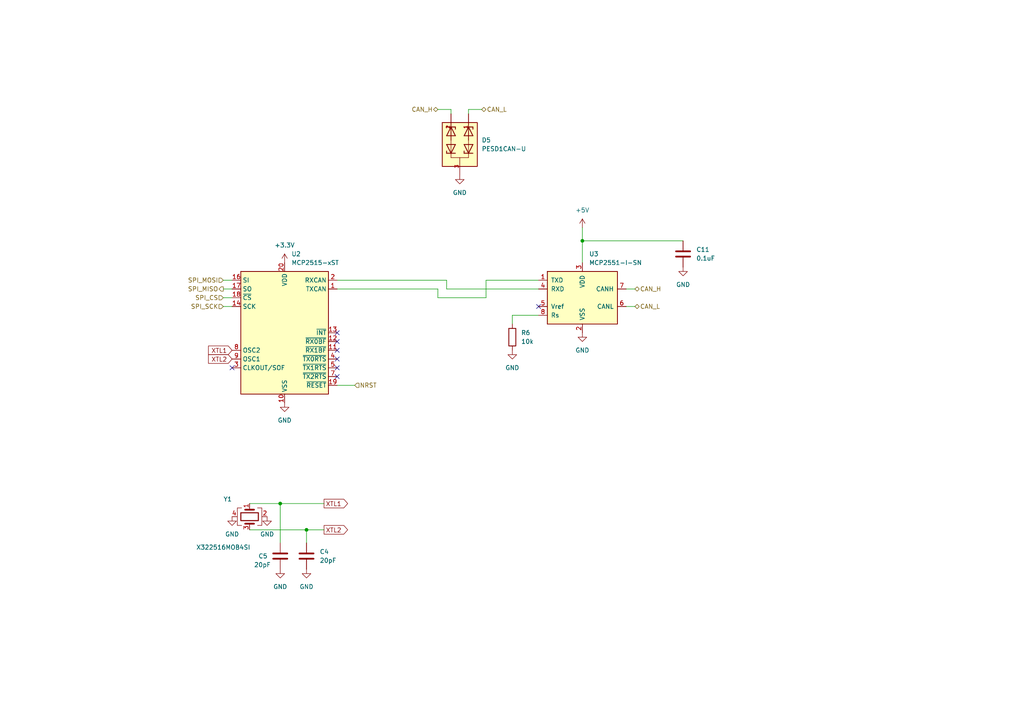
<source format=kicad_sch>
(kicad_sch (version 20230121) (generator eeschema)
  (paper "A4")
  (title_block (title "MAIANA NMEA2000 Adapter") (date "2023-09-23") (rev "8") (company "Maverick Labs LLC"))
  (lib_symbols
    (symbol "Device:C" (pin_numbers hide) (pin_names (offset 0.254))
      (property "Reference" "C" (at 0.635 2.54 0))
      (property "Value" "C" (at 0.635 -2.54 0))
      (symbol "C_0_1"
        (polyline (pts (xy -2.032 -0.762) (xy 2.032 -0.762)) (stroke (width 0.508)))
        (polyline (pts (xy -2.032 0.762) (xy 2.032 0.762)) (stroke (width 0.508)))
      )
      (symbol "C_1_1"
        (pin passive line (at 0 3.81 270) (length 2.794) (name "~") (number "1"))
        (pin passive line (at 0 -3.81 90) (length 2.794) (name "~") (number "2"))
      )
    )
    (symbol "Device:Crystal_GND24" (pin_names (offset 1.016) hide)
      (property "Reference" "Y" (at 3.175 5.08 0))
      (property "Value" "Crystal_GND24" (at 3.175 3.175 0))
      (symbol "Crystal_GND24_0_1"
        (rectangle (start -1.143 2.54) (end 1.143 -2.54) (stroke (width 0.3048)))
        (polyline (pts (xy -2.54 0) (xy -2.032 0)))
        (polyline (pts (xy -2.032 -1.27) (xy -2.032 1.27)) (stroke (width 0.508)))
        (polyline (pts (xy 0 -3.81) (xy 0 -3.556)))
        (polyline (pts (xy 0 3.556) (xy 0 3.81)))
        (polyline (pts (xy 2.032 -1.27) (xy 2.032 1.27)) (stroke (width 0.508)))
        (polyline (pts (xy 2.032 0) (xy 2.54 0)))
        (polyline (pts (xy -2.54 -2.286) (xy -2.54 -3.556) (xy 2.54 -3.556) (xy 2.54 -2.286)))
        (polyline (pts (xy -2.54 2.286) (xy -2.54 3.556) (xy 2.54 3.556) (xy 2.54 2.286)))
      )
      (symbol "Crystal_GND24_1_1"
        (pin passive line (at -3.81 0 0) (length 1.27) (name "1") (number "1"))
        (pin passive line (at 0 5.08 270) (length 1.27) (name "2") (number "2"))
        (pin passive line (at 3.81 0 180) (length 1.27) (name "3") (number "3"))
        (pin passive line (at 0 -5.08 90) (length 1.27) (name "4") (number "4"))
      )
    )
    (symbol "Device:R" (pin_numbers hide) (pin_names (offset 0))
      (property "Reference" "R" (at 2.032 0 90))
      (property "Value" "R" (at 0 0 90))
      (symbol "R_0_1"
        (rectangle (start -1.016 -2.54) (end 1.016 2.54) (stroke (width 0.254)))
      )
      (symbol "R_1_1"
        (pin passive line (at 0 3.81 270) (length 1.27) (name "~") (number "1"))
        (pin passive line (at 0 -3.81 90) (length 1.27) (name "~") (number "2"))
      )
    )
    (symbol "Interface_CAN_LIN:MCP2515-xST"
      (property "Reference" "U" (at -10.16 19.685 0))
      (property "Value" "MCP2515-xST" (at 19.05 20.32 0))
      (symbol "MCP2515-xST_0_1"
        (rectangle (start -12.7 17.78) (end 12.7 -17.78) (stroke (width 0.254)) (fill (type background)))
      )
      (symbol "MCP2515-xST_1_1"
        (pin output line (at 15.24 12.7 180) (length 2.54) (name "TXCAN") (number "1"))
        (pin power_in line (at 0 -20.32 90) (length 2.54) (name "VSS") (number "10"))
        (pin output line (at 15.24 -5.08 180) (length 2.54) (name "~{RX1BF}") (number "11"))
        (pin output line (at 15.24 -2.54 180) (length 2.54) (name "~{RX0BF}") (number "12"))
        (pin output line (at 15.24 0 180) (length 2.54) (name "~{INT}") (number "13"))
        (pin input line (at -15.24 7.62 0) (length 2.54) (name "SCK") (number "14"))
        (pin no_connect line (at -12.7 -2.54 0) (length 2.54) hide (name "NC") (number "15"))
        (pin input line (at -15.24 15.24 0) (length 2.54) (name "SI") (number "16"))
        (pin output line (at -15.24 12.7 0) (length 2.54) (name "SO") (number "17"))
        (pin input line (at -15.24 10.16 0) (length 2.54) (name "~{CS}") (number "18"))
        (pin input line (at 15.24 -15.24 180) (length 2.54) (name "~{RESET}") (number "19"))
        (pin input line (at 15.24 15.24 180) (length 2.54) (name "RXCAN") (number "2"))
        (pin power_in line (at 0 20.32 270) (length 2.54) (name "VDD") (number "20"))
        (pin output line (at -15.24 -10.16 0) (length 2.54) (name "CLKOUT/SOF") (number "3"))
        (pin input line (at 15.24 -7.62 180) (length 2.54) (name "~{TX0RTS}") (number "4"))
        (pin input line (at 15.24 -10.16 180) (length 2.54) (name "~{TX1RTS}") (number "5"))
        (pin no_connect line (at -12.7 0 0) (length 2.54) hide (name "NC") (number "6"))
        (pin input line (at 15.24 -12.7 180) (length 2.54) (name "~{TX2RTS}") (number "7"))
        (pin output line (at -15.24 -5.08 0) (length 2.54) (name "OSC2") (number "8"))
        (pin input line (at -15.24 -7.62 0) (length 2.54) (name "OSC1") (number "9"))
      )
    )
    (symbol "Interface_CAN_LIN:MCP2551-I-SN" (pin_names (offset 1.016))
      (property "Reference" "U" (at -10.16 8.89 0))
      (property "Value" "MCP2551-I-SN" (at 2.54 8.89 0))
      (symbol "MCP2551-I-SN_0_1"
        (rectangle (start -10.16 7.62) (end 10.16 -7.62) (stroke (width 0.254)) (fill (type background)))
      )
      (symbol "MCP2551-I-SN_1_1"
        (pin input line (at -12.7 5.08 0) (length 2.54) (name "TXD") (number "1"))
        (pin power_in line (at 0 -10.16 90) (length 2.54) (name "VSS") (number "2"))
        (pin power_in line (at 0 10.16 270) (length 2.54) (name "VDD") (number "3"))
        (pin output line (at -12.7 2.54 0) (length 2.54) (name "RXD") (number "4"))
        (pin power_out line (at -12.7 -2.54 0) (length 2.54) (name "Vref") (number "5"))
        (pin bidirectional line (at 12.7 -2.54 180) (length 2.54) (name "CANL") (number "6"))
        (pin bidirectional line (at 12.7 2.54 180) (length 2.54) (name "CANH") (number "7"))
        (pin input line (at -12.7 -5.08 0) (length 2.54) (name "Rs") (number "8"))
      )
    )
    (symbol "PESD1CAN-U:PESD1CAN-U" (pin_names (offset 1.016))
      (property "Reference" "D" (at 0.254 -8.255 0))
      (property "Value" "PESD1CAN-U" (at 0.254 6.731 0))
      (symbol "PESD1CAN-U_0_0"
        (rectangle (start -5.08 -5.08) (end 7.62 5.08) (stroke (width 0.254)) (fill (type background)))
        (polyline (pts (xy -3.81 -3.81) (xy -3.81 -2.54)) (stroke (width 0.254)))
        (polyline (pts (xy -3.81 -2.54) (xy -3.81 -1.27)) (stroke (width 0.254)))
        (polyline (pts (xy -3.81 -2.54) (xy -1.27 -3.81)) (stroke (width 0.254)))
        (polyline (pts (xy -3.81 -1.27) (xy -3.175 -1.27)) (stroke (width 0.254)))
        (polyline (pts (xy -3.81 1.27) (xy -3.81 2.54)) (stroke (width 0.254)))
        (polyline (pts (xy -3.81 2.54) (xy -3.81 3.81)) (stroke (width 0.254)))
        (polyline (pts (xy -3.81 2.54) (xy -1.27 1.27)) (stroke (width 0.254)))
        (polyline (pts (xy -3.81 3.81) (xy -3.175 3.81)) (stroke (width 0.254)))
        (polyline (pts (xy -1.27 -3.81) (xy -1.27 -1.27)) (stroke (width 0.254)))
        (polyline (pts (xy -1.27 -1.27) (xy -3.81 -2.54)) (stroke (width 0.254)))
        (polyline (pts (xy -1.27 1.27) (xy -1.27 3.81)) (stroke (width 0.254)))
        (polyline (pts (xy -1.27 3.81) (xy -3.81 2.54)) (stroke (width 0.254)))
        (polyline (pts (xy 0 2.54) (xy 5.08 2.54)) (stroke (width 0.1524)))
        (polyline (pts (xy 1.27 -3.81) (xy 3.81 -2.54)) (stroke (width 0.254)))
        (polyline (pts (xy 1.27 -1.27) (xy 1.27 -3.81)) (stroke (width 0.254)))
        (polyline (pts (xy 1.27 1.27) (xy 3.81 2.54)) (stroke (width 0.254)))
        (polyline (pts (xy 1.27 3.81) (xy 1.27 1.27)) (stroke (width 0.254)))
        (polyline (pts (xy 3.81 -3.81) (xy 3.175 -3.81)) (stroke (width 0.254)))
        (polyline (pts (xy 3.81 -2.54) (xy 1.27 -1.27)) (stroke (width 0.254)))
        (polyline (pts (xy 3.81 -2.54) (xy 3.81 -3.81)) (stroke (width 0.254)))
        (polyline (pts (xy 3.81 -1.27) (xy 3.81 -2.54)) (stroke (width 0.254)))
        (polyline (pts (xy 3.81 1.27) (xy 3.175 1.27)) (stroke (width 0.254)))
        (polyline (pts (xy 3.81 2.54) (xy 1.27 3.81)) (stroke (width 0.254)))
        (polyline (pts (xy 3.81 2.54) (xy 3.81 1.27)) (stroke (width 0.254)))
        (polyline (pts (xy 3.81 3.81) (xy 3.81 2.54)) (stroke (width 0.254)))
        (polyline (pts (xy 5.08 -2.54) (xy 0 -2.54)) (stroke (width 0.1524)))
        (polyline (pts (xy 5.08 2.54) (xy 5.08 -2.54)) (stroke (width 0.1524)))
        (pin passive line (at -7.62 2.54 0) (length 7.62) (name "~") (number "1"))
        (pin passive line (at -7.62 -2.54 0) (length 7.62) (name "~") (number "2"))
        (pin passive line (at 10.16 0 180) (length 5.08) (name "~") (number "3"))
      )
    )
    (symbol "power:+3.3V" (power) (pin_names (offset 0))
      (property "Value" "+3.3V" (at 0 3.556 0))
      (symbol "+3.3V_0_1"
        (polyline (pts (xy -0.762 1.27) (xy 0 2.54)))
        (polyline (pts (xy 0 0) (xy 0 2.54)))
        (polyline (pts (xy 0 2.54) (xy 0.762 1.27)))
      )
      (symbol "+3.3V_1_1"
        (pin power_in line (at 0 0 90) (length 0) hide (name "+3.3V") (number "1"))
      )
    )
    (symbol "power:+5V" (power) (pin_names (offset 0))
      (property "Value" "+5V" (at 0 3.556 0))
      (symbol "+5V_0_1"
        (polyline (pts (xy -0.762 1.27) (xy 0 2.54)))
        (polyline (pts (xy 0 0) (xy 0 2.54)))
        (polyline (pts (xy 0 2.54) (xy 0.762 1.27)))
      )
      (symbol "+5V_1_1"
        (pin power_in line (at 0 0 90) (length 0) hide (name "+5V") (number "1"))
      )
    )
    (symbol "power:GND" (power) (pin_names (offset 0))
      (property "Value" "GND" (at 0 -3.81 0))
      (symbol "GND_0_1"
        (polyline (pts (xy 0 0) (xy 0 -1.27) (xy 1.27 -1.27) (xy 0 -2.54) (xy -1.27 -1.27) (xy 0 -1.27)))
      )
      (symbol "GND_1_1"
        (pin power_in line (at 0 0 270) (length 0) hide (name "GND") (number "1"))
      )
    )
  )
  (junction (at 88.9 153.67))
  (junction (at 81.28 146.05))
  (junction (at 168.91 69.85))
  (no_connect (at 97.79 104.14))
  (no_connect (at 97.79 106.68))
  (no_connect (at 97.79 101.6))
  (no_connect (at 97.79 99.06))
  (no_connect (at 97.79 96.52))
  (no_connect (at 156.21 88.9))
  (no_connect (at 67.31 106.68))
  (no_connect (at 97.79 109.22))
  (wire (pts (xy 148.59 91.44) (xy 148.59 93.98)))
  (wire (pts (xy 88.9 153.67) (xy 88.9 157.48)))
  (wire (pts (xy 127 83.82) (xy 127 86.36)))
  (wire (pts (xy 140.97 81.28) (xy 156.21 81.28)))
  (wire (pts (xy 139.7 31.75) (xy 135.89 31.75)))
  (wire (pts (xy 130.81 31.75) (xy 127 31.75)))
  (wire (pts (xy 81.28 146.05) (xy 81.28 157.48)))
  (wire (pts (xy 129.54 83.82) (xy 129.54 81.28)))
  (wire (pts (xy 81.28 146.05) (xy 93.98 146.05)))
  (wire (pts (xy 72.39 153.67) (xy 88.9 153.67)))
  (wire (pts (xy 181.61 83.82) (xy 184.15 83.82)))
  (wire (pts (xy 97.79 111.76) (xy 102.87 111.76)))
  (wire (pts (xy 156.21 83.82) (xy 129.54 83.82)))
  (wire (pts (xy 97.79 83.82) (xy 127 83.82)))
  (wire (pts (xy 64.77 88.9) (xy 67.31 88.9)))
  (wire (pts (xy 156.21 91.44) (xy 148.59 91.44)))
  (wire (pts (xy 181.61 88.9) (xy 184.15 88.9)))
  (wire (pts (xy 127 86.36) (xy 140.97 86.36)))
  (wire (pts (xy 135.89 31.75) (xy 135.89 33.02)))
  (wire (pts (xy 198.12 69.85) (xy 168.91 69.85)))
  (wire (pts (xy 64.77 86.36) (xy 67.31 86.36)))
  (wire (pts (xy 72.39 146.05) (xy 81.28 146.05)))
  (wire (pts (xy 140.97 86.36) (xy 140.97 81.28)))
  (wire (pts (xy 168.91 66.04) (xy 168.91 69.85)))
  (wire (pts (xy 64.77 83.82) (xy 67.31 83.82)))
  (wire (pts (xy 129.54 81.28) (xy 97.79 81.28)))
  (wire (pts (xy 168.91 69.85) (xy 168.91 76.2)))
  (wire (pts (xy 88.9 153.67) (xy 93.98 153.67)))
  (wire (pts (xy 130.81 33.02) (xy 130.81 31.75)))
  (wire (pts (xy 64.77 81.28) (xy 67.31 81.28)))
  (global_label "XTL1" (shape input) (at 67.31 101.6 180) (property "Intersheetrefs" "${INTERSHEET_REFS}" (effects hide)))
  (global_label "XTL2" (shape input) (at 67.31 104.14 180) (property "Intersheetrefs" "${INTERSHEET_REFS}" (effects hide)))
  (global_label "XTL1" (shape output) (at 93.98 146.05 0) (property "Intersheetrefs" "${INTERSHEET_REFS}" (effects hide)))
  (global_label "XTL2" (shape output) (at 93.98 153.67 0) (property "Intersheetrefs" "${INTERSHEET_REFS}" (effects hide)))
  (hierarchical_label "SPI_CS" (shape input) (at 64.77 86.36 180))
  (hierarchical_label "CAN_L" (shape bidirectional) (at 184.15 88.9 0))
  (hierarchical_label "SPI_SCK" (shape input) (at 64.77 88.9 180))
  (hierarchical_label "NRST" (shape input) (at 102.87 111.76 0))
  (hierarchical_label "SPI_MOSI" (shape input) (at 64.77 81.28 180))
  (hierarchical_label "CAN_H" (shape bidirectional) (at 184.15 83.82 0))
  (hierarchical_label "CAN_L" (shape bidirectional) (at 139.7 31.75 0))
  (hierarchical_label "CAN_H" (shape bidirectional) (at 127 31.75 180))
  (hierarchical_label "SPI_MISO" (shape output) (at 64.77 83.82 180))
  (symbol (lib_id "Device:C") (at 81.28 161.29 0) (unit 1)
    (property "Reference" "C5" (at 74.93 161.29 0) (effects (justify left)))
    (property "Value" "20pF" (at 73.66 163.83 0) (effects (justify left)))
    (property "Footprint" "Capacitor_SMD:C_0603_1608Metric" (effects hide))
  )
  (symbol (lib_id "power:GND") (at 168.91 96.52 0) (unit 1)
    (property "Reference" "#PWR046" (effects hide))
    (property "Value" "GND" (at 168.91 101.6 0))
  )
  (symbol (lib_id "power:GND") (at 133.35 50.8 0) (unit 1)
    (property "Reference" "#PWR049" (effects hide))
    (property "Value" "GND" (at 133.35 55.88 0))
  )
  (symbol (lib_id "power:GND") (at 77.47 149.86 0) (unit 1)
    (property "Reference" "#PWR030" (effects hide))
    (property "Value" "GND" (at 77.47 154.94 0))
  )
  (symbol (lib_id "power:GND") (at 67.31 149.86 0) (unit 1)
    (property "Reference" "#PWR031" (effects hide))
    (property "Value" "GND" (at 67.31 154.94 0))
  )
  (symbol (lib_id "Device:Crystal_GND24") (at 72.39 149.86 270) (unit 1)
    (property "Reference" "Y1" (at 66.04 144.78 90))
    (property "Value" "X322516MOB4SI" (at 64.77 158.75 90))
    (property "Footprint" "Crystal:Crystal_SMD_3225-4Pin_3.2x2.5mm" (effects hide))
  )
  (symbol (lib_id "Device:C") (at 88.9 161.29 0) (unit 1)
    (property "Reference" "C4" (at 92.71 160.02 0) (effects (justify left)))
    (property "Value" "20pF" (at 92.71 162.56 0) (effects (justify left)))
    (property "Footprint" "Capacitor_SMD:C_0603_1608Metric" (effects hide))
  )
  (symbol (lib_id "power:GND") (at 88.9 165.1 0) (unit 1)
    (property "Reference" "#PWR033" (effects hide))
    (property "Value" "GND" (at 88.9 170.18 0))
  )
  (symbol (lib_id "power:GND") (at 148.59 101.6 0) (unit 1)
    (property "Reference" "#PWR048" (effects hide))
    (property "Value" "GND" (at 148.59 106.68 0))
  )
  (symbol (lib_id "power:GND") (at 82.55 116.84 0) (unit 1)
    (property "Reference" "#PWR045" (effects hide))
    (property "Value" "GND" (at 82.55 121.92 0))
  )
  (symbol (lib_id "power:GND") (at 198.12 77.47 0) (unit 1)
    (property "Reference" "#PWR047" (effects hide))
    (property "Value" "GND" (at 198.12 82.55 0))
  )
  (symbol (lib_id "Device:C") (at 198.12 73.66 0) (unit 1)
    (property "Reference" "C11" (at 201.93 72.39 0) (effects (justify left)))
    (property "Value" "0.1uF" (at 201.93 74.93 0) (effects (justify left)))
    (property "Footprint" "Capacitor_SMD:C_0603_1608Metric" (effects hide))
  )
  (symbol (lib_id "PESD1CAN-U:PESD1CAN-U") (at 133.35 40.64 270) (unit 1)
    (property "Reference" "D5" (at 139.7 40.64 90) (effects (justify left)))
    (property "Value" "PESD1CAN-U" (at 139.7 43.18 90) (effects (justify left)))
    (property "Footprint" "KiCadFootprints:SOT323" (effects hide))
    (property "MF" "Nexperia USA" (effects hide))
    (property "Description" "\n50V Clamp 3A (8/20µs) Ipp Tvs Diode Surface Mount SOT-323\n" (effects hide))
    (property "Package" "SOT-323 Nexperia" (effects hide))
    (property "Price" "None" (effects hide))
    (property "SnapEDA_Link" "https://www.snapeda.com/parts/PESD1CAN-U/Nexperia/view-part/?ref=snap" (effects hide))
    (property "MP" "PESD1CAN-U" (effects hide))
    (property "Availability" "In Stock" (effects hide))
    (property "Check_prices" "https://www.snapeda.com/parts/PESD1CAN-U/Nexperia/view-part/?ref=eda" (effects hide))
  )
  (symbol (lib_id "Interface_CAN_LIN:MCP2551-I-SN") (at 168.91 86.36 0) (unit 1)
    (property "Reference" "U3" (at 170.8659 73.66 0) (effects (justify left)))
    (property "Value" "MCP2551-I-SN" (at 170.8659 76.2 0) (effects (justify left)))
    (property "Footprint" "Package_SO:SOIC-8_3.9x4.9mm_P1.27mm" (effects hide))
    (property "Datasheet" "http://ww1.microchip.com/downloads/en/devicedoc/21667d.pdf" (effects hide))
  )
  (symbol (lib_id "Device:R") (at 148.59 97.79 0) (unit 1)
    (property "Reference" "R6" (at 151.13 96.52 0) (effects (justify left)))
    (property "Value" "10k" (at 151.13 99.06 0) (effects (justify left)))
    (property "Footprint" "Resistor_SMD:R_0603_1608Metric" (effects hide))
    (instances (project "NMEA2000Adapter-8.1" (path "" (reference "R6") (unit 1)) (path "" (reference "R7") (unit 1))))
  )
  (symbol (lib_id "power:+3.3V") (at 82.55 76.2 0) (unit 1)
    (property "Reference" "#PWR044" (effects hide))
    (property "Value" "+3.3V" (at 82.55 71.12 0))
  )
  (symbol (lib_id "power:+5V") (at 168.91 66.04 0) (unit 1)
    (property "Reference" "#PWR043" (effects hide))
    (property "Value" "+5V" (at 168.91 60.96 0))
  )
  (symbol (lib_id "Interface_CAN_LIN:MCP2515-xST") (at 82.55 96.52 0) (unit 1)
    (property "Reference" "U2" (at 84.5059 73.66 0) (effects (justify left)))
    (property "Value" "MCP2515-xST" (at 84.5059 76.2 0) (effects (justify left)))
    (property "Footprint" "Package_SO:TSSOP-20_4.4x6.5mm_P0.65mm" (effects hide))
    (property "Datasheet" "http://ww1.microchip.com/downloads/en/DeviceDoc/21801e.pdf" (effects hide))
  )
  (symbol (lib_id "power:GND") (at 81.28 165.1 0) (unit 1)
    (property "Reference" "#PWR032" (effects hide))
    (property "Value" "GND" (at 81.28 170.18 0))
  )
)
</source>
